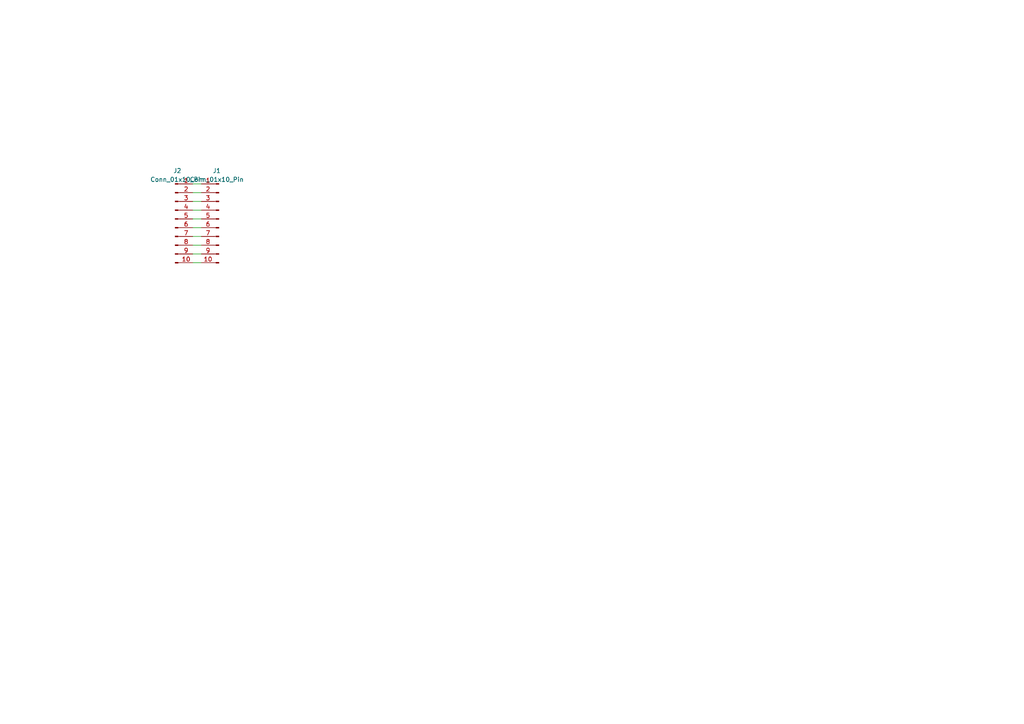
<source format=kicad_sch>
(kicad_sch (version 20230121) (generator eeschema)
  (paper "A4")
  (lib_symbols
    (symbol "Connector:Conn_01x10_Pin" (pin_names (offset 1.016) hide)
      (property "Reference" "J" (at 0 12.7 0))
      (property "Value" "Conn_01x10_Pin" (at 0 -15.24 0))
      (symbol "Conn_01x10_Pin_1_1"
        (polyline (pts (xy 1.27 -12.7) (xy 0.8636 -12.7)) (stroke (width 0.1524)))
        (polyline (pts (xy 1.27 -10.16) (xy 0.8636 -10.16)) (stroke (width 0.1524)))
        (polyline (pts (xy 1.27 -7.62) (xy 0.8636 -7.62)) (stroke (width 0.1524)))
        (polyline (pts (xy 1.27 -5.08) (xy 0.8636 -5.08)) (stroke (width 0.1524)))
        (polyline (pts (xy 1.27 -2.54) (xy 0.8636 -2.54)) (stroke (width 0.1524)))
        (polyline (pts (xy 1.27 0) (xy 0.8636 0)) (stroke (width 0.1524)))
        (polyline (pts (xy 1.27 2.54) (xy 0.8636 2.54)) (stroke (width 0.1524)))
        (polyline (pts (xy 1.27 5.08) (xy 0.8636 5.08)) (stroke (width 0.1524)))
        (polyline (pts (xy 1.27 7.62) (xy 0.8636 7.62)) (stroke (width 0.1524)))
        (polyline (pts (xy 1.27 10.16) (xy 0.8636 10.16)) (stroke (width 0.1524)))
        (rectangle (start 0.8636 -12.573) (end 0 -12.827) (stroke (width 0.1524)) (fill (type outline)))
        (rectangle (start 0.8636 -10.033) (end 0 -10.287) (stroke (width 0.1524)) (fill (type outline)))
        (rectangle (start 0.8636 -7.493) (end 0 -7.747) (stroke (width 0.1524)) (fill (type outline)))
        (rectangle (start 0.8636 -4.953) (end 0 -5.207) (stroke (width 0.1524)) (fill (type outline)))
        (rectangle (start 0.8636 -2.413) (end 0 -2.667) (stroke (width 0.1524)) (fill (type outline)))
        (rectangle (start 0.8636 0.127) (end 0 -0.127) (stroke (width 0.1524)) (fill (type outline)))
        (rectangle (start 0.8636 2.667) (end 0 2.413) (stroke (width 0.1524)) (fill (type outline)))
        (rectangle (start 0.8636 5.207) (end 0 4.953) (stroke (width 0.1524)) (fill (type outline)))
        (rectangle (start 0.8636 7.747) (end 0 7.493) (stroke (width 0.1524)) (fill (type outline)))
        (rectangle (start 0.8636 10.287) (end 0 10.033) (stroke (width 0.1524)) (fill (type outline)))
        (pin passive line (at 5.08 10.16 180) (length 3.81) (name "Pin_1") (number "1"))
        (pin passive line (at 5.08 -12.7 180) (length 3.81) (name "Pin_10") (number "10"))
        (pin passive line (at 5.08 7.62 180) (length 3.81) (name "Pin_2") (number "2"))
        (pin passive line (at 5.08 5.08 180) (length 3.81) (name "Pin_3") (number "3"))
        (pin passive line (at 5.08 2.54 180) (length 3.81) (name "Pin_4") (number "4"))
        (pin passive line (at 5.08 0 180) (length 3.81) (name "Pin_5") (number "5"))
        (pin passive line (at 5.08 -2.54 180) (length 3.81) (name "Pin_6") (number "6"))
        (pin passive line (at 5.08 -5.08 180) (length 3.81) (name "Pin_7") (number "7"))
        (pin passive line (at 5.08 -7.62 180) (length 3.81) (name "Pin_8") (number "8"))
        (pin passive line (at 5.08 -10.16 180) (length 3.81) (name "Pin_9") (number "9"))
      )
    )
  )
  (wire (pts (xy 58.42 71.12) (xy 55.88 71.12)))
  (wire (pts (xy 58.42 63.5) (xy 55.88 63.5)))
  (wire (pts (xy 58.42 66.04) (xy 55.88 66.04)))
  (wire (pts (xy 58.42 55.88) (xy 55.88 55.88)))
  (wire (pts (xy 58.42 58.42) (xy 55.88 58.42)))
  (wire (pts (xy 58.42 73.66) (xy 55.88 73.66)))
  (wire (pts (xy 58.42 53.34) (xy 55.88 53.34)))
  (wire (pts (xy 58.42 68.58) (xy 55.88 68.58)))
  (wire (pts (xy 58.42 60.96) (xy 55.88 60.96)))
  (wire (pts (xy 58.42 76.2) (xy 55.88 76.2)))
  (symbol (lib_id "Connector:Conn_01x10_Pin") (at 63.5 63.5 0) (mirror y) (unit 1)
    (property "Reference" "J1" (at 62.865 49.53 0))
    (property "Value" "Conn_01x10_Pin" (at 62.865 52.07 0))
    (property "Footprint" "d-lev:DSM7TA56" (effects hide))
  )
  (symbol (lib_id "Connector:Conn_01x10_Pin") (at 50.8 63.5 0) (unit 1)
    (property "Reference" "J2" (at 51.435 49.53 0))
    (property "Value" "Conn_01x10_Pin" (at 51.435 52.07 0))
    (property "Footprint" "d-lev:DSM7TA56" (effects hide))
  )
)
</source>
